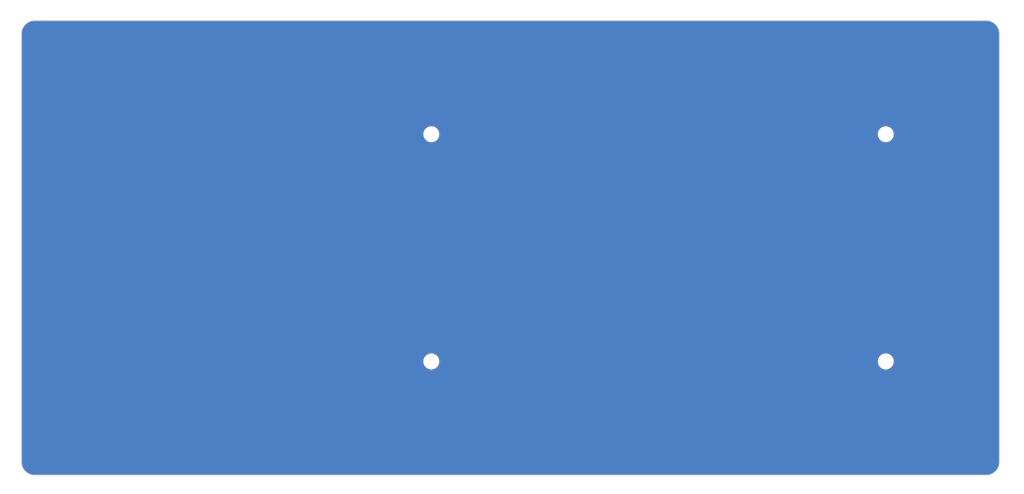
<source format=kicad_pcb>
(kicad_pcb (version 20241229) (generator "pcbnew") (generator_version "9.0")
  (layers (0 "F.Cu" signal) (2 "B.Cu" signal) (13 "F.Paste" user) (15 "B.Paste" user) (5 "F.SilkS" user "F.Silkscreen") (7 "B.SilkS" user "B.Silkscreen") (1 "F.Mask" user) (3 "B.Mask" user) (25 "Edge.Cuts" user))
  (net 0 "")
  (footprint "MountingHole:MountingHole_2.2mm_M2" (layer "F.Cu") (at 183.375 86.15)
    (property "Reference" "H4" (hide yes))
    (property "Value" "M2")
    (pad "" np_thru_hole circle (at 0 0) (size 2.2 2.2) (drill 2.2) (layers "*.Cu" "*.Mask"))
  )
  (footprint "MountingHole:MountingHole_2.2mm_M2" (layer "F.Cu") (at 107.175 48.05)
    (property "Reference" "H1" (hide yes))
    (property "Value" "M2")
    (pad "" np_thru_hole circle (at 0 0) (size 2.2 2.2) (drill 2.2) (layers "*.Cu" "*.Mask"))
  )
  (footprint "MountingHole:MountingHole_2.2mm_M2" (layer "F.Cu") (at 107.175 86.15)
    (property "Reference" "H2" (hide yes))
    (property "Value" "M2")
    (pad "" np_thru_hole circle (at 0 0) (size 2.2 2.2) (drill 2.2) (layers "*.Cu" "*.Mask"))
  )
  (footprint "MountingHole:MountingHole_2.2mm_M2" (layer "F.Cu") (at 183.375 48.05)
    (property "Reference" "H3" (hide yes))
    (property "Value" "M2")
    (pad "" np_thru_hole circle (at 0 0) (size 2.2 2.2) (drill 2.2) (layers "*.Cu" "*.Mask"))
  )
  (footprint "DreaM117er-keebLibrary:Trackpad_Cirque_TM040040" (layer "F.Cu") (at 63.218 80.443 -90)
    (property "Reference" "H5" (hide yes))
    (property "Value" "TM040040")
  )
  (gr_arc (start 200.225 29) (mid 201.780635 29.644365) (end 202.425 31.2) (stroke (width 0.1)) (layer "Edge.Cuts"))
  (gr_arc (start 202.425 103) (mid 201.780635 104.555635) (end 200.225 105.2) (stroke (width 0.1)) (layer "Edge.Cuts"))
  (gr_arc (start 40.661 105.2) (mid 39.105365 104.555635) (end 38.461 103) (stroke (width 0.1)) (layer "Edge.Cuts"))
  (gr_arc (start 38.461 31.2) (mid 39.105365 29.644365) (end 40.661 29) (stroke (width 0.1)) (layer "Edge.Cuts"))
  (gr_line (start 202.425 31.2) (end 202.425 103) (stroke (width 0.1)) (layer "Edge.Cuts"))
  (gr_line (start 38.461 103) (end 38.461 31.2) (stroke (width 0.1)) (layer "Edge.Cuts"))
  (gr_line (start 40.661 29) (end 200.225 29) (stroke (width 0.1)) (layer "Edge.Cuts"))
  (gr_line (start 200.225 105.2) (end 40.661 105.2) (stroke (width 0.1)) (layer "Edge.Cuts"))
  (zone (net 0) (net_name "") (layers "F.Cu" "B.Cu") (connect_pads (clearance 0.5)) (min_thickness 0.25) (fill yes (thermal_gap 0.5) (thermal_bridge_width 0.5))
    (polygon (pts (xy 34.85 25.54) (xy 34.85 108.17) (xy 206.22 108.4) (xy 206.56 25.66)))
  )
)
</source>
